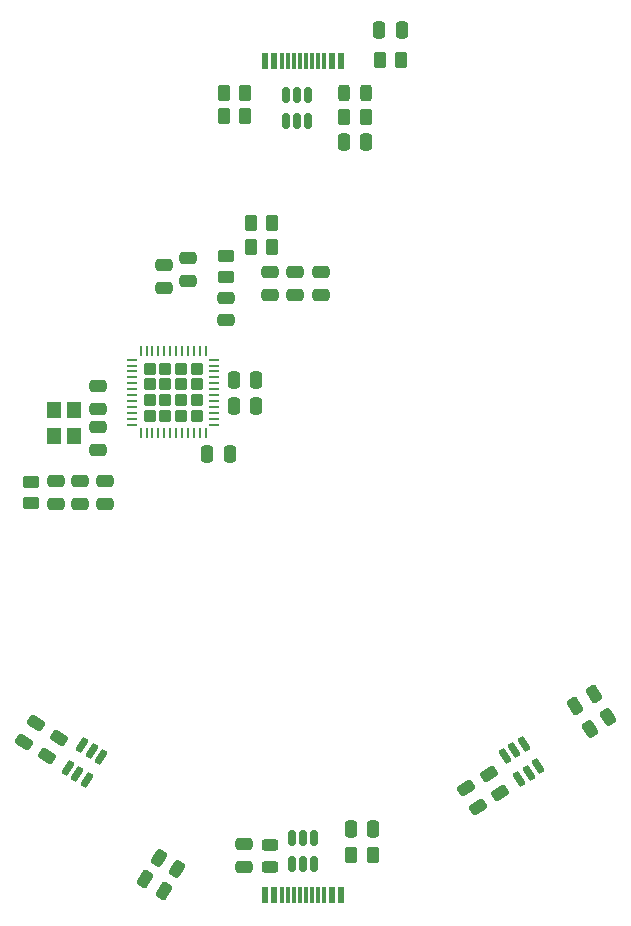
<source format=gbr>
%TF.GenerationSoftware,KiCad,Pcbnew,(6.0.8)*%
%TF.CreationDate,2022-12-20T01:42:36-08:00*%
%TF.ProjectId,Anduril USB Hub,416e6475-7269-46c2-9055-534220487562,rev?*%
%TF.SameCoordinates,Original*%
%TF.FileFunction,Paste,Top*%
%TF.FilePolarity,Positive*%
%FSLAX46Y46*%
G04 Gerber Fmt 4.6, Leading zero omitted, Abs format (unit mm)*
G04 Created by KiCad (PCBNEW (6.0.8)) date 2022-12-20 01:42:36*
%MOMM*%
%LPD*%
G01*
G04 APERTURE LIST*
G04 Aperture macros list*
%AMRoundRect*
0 Rectangle with rounded corners*
0 $1 Rounding radius*
0 $2 $3 $4 $5 $6 $7 $8 $9 X,Y pos of 4 corners*
0 Add a 4 corners polygon primitive as box body*
4,1,4,$2,$3,$4,$5,$6,$7,$8,$9,$2,$3,0*
0 Add four circle primitives for the rounded corners*
1,1,$1+$1,$2,$3*
1,1,$1+$1,$4,$5*
1,1,$1+$1,$6,$7*
1,1,$1+$1,$8,$9*
0 Add four rect primitives between the rounded corners*
20,1,$1+$1,$2,$3,$4,$5,0*
20,1,$1+$1,$4,$5,$6,$7,0*
20,1,$1+$1,$6,$7,$8,$9,0*
20,1,$1+$1,$8,$9,$2,$3,0*%
G04 Aperture macros list end*
%ADD10RoundRect,0.150000X-0.150000X0.512500X-0.150000X-0.512500X0.150000X-0.512500X0.150000X0.512500X0*%
%ADD11RoundRect,0.250000X0.020395X-0.520567X0.463175X-0.238485X-0.020395X0.520567X-0.463175X0.238485X0*%
%ADD12RoundRect,0.250000X-0.262500X-0.450000X0.262500X-0.450000X0.262500X0.450000X-0.262500X0.450000X0*%
%ADD13RoundRect,0.250000X-0.463175X-0.238485X-0.020395X-0.520567X0.463175X0.238485X0.020395X0.520567X0*%
%ADD14RoundRect,0.250000X0.044369X-0.534936X0.466065X-0.266286X-0.044369X0.534936X-0.466065X0.266286X0*%
%ADD15RoundRect,0.250000X-0.250000X-0.475000X0.250000X-0.475000X0.250000X0.475000X-0.250000X0.475000X0*%
%ADD16RoundRect,0.250000X-0.466065X-0.266286X-0.044369X-0.534936X0.466065X0.266286X0.044369X0.534936X0*%
%ADD17RoundRect,0.250000X-0.534936X-0.044369X-0.266286X-0.466065X0.534936X0.044369X0.266286X0.466065X0*%
%ADD18RoundRect,0.250000X-0.475000X0.250000X-0.475000X-0.250000X0.475000X-0.250000X0.475000X0.250000X0*%
%ADD19RoundRect,0.150000X0.401875X-0.351643X-0.148857X0.512833X-0.401875X0.351643X0.148857X-0.512833X0*%
%ADD20RoundRect,0.243750X0.456250X-0.243750X0.456250X0.243750X-0.456250X0.243750X-0.456250X-0.243750X0*%
%ADD21RoundRect,0.250000X0.262500X0.450000X-0.262500X0.450000X-0.262500X-0.450000X0.262500X-0.450000X0*%
%ADD22RoundRect,0.250000X-0.450000X0.262500X-0.450000X-0.262500X0.450000X-0.262500X0.450000X0.262500X0*%
%ADD23RoundRect,0.250000X0.475000X-0.250000X0.475000X0.250000X-0.475000X0.250000X-0.475000X-0.250000X0*%
%ADD24RoundRect,0.150000X0.150000X-0.512500X0.150000X0.512500X-0.150000X0.512500X-0.150000X-0.512500X0*%
%ADD25RoundRect,0.243750X0.253831X-0.450720X0.515764X-0.039566X-0.253831X0.450720X-0.515764X0.039566X0*%
%ADD26R,0.600000X1.450000*%
%ADD27R,0.300000X1.450000*%
%ADD28RoundRect,0.250000X0.285000X-0.285000X0.285000X0.285000X-0.285000X0.285000X-0.285000X-0.285000X0*%
%ADD29RoundRect,0.062500X0.062500X-0.337500X0.062500X0.337500X-0.062500X0.337500X-0.062500X-0.337500X0*%
%ADD30RoundRect,0.062500X0.337500X-0.062500X0.337500X0.062500X-0.337500X0.062500X-0.337500X-0.062500X0*%
%ADD31RoundRect,0.243750X-0.243750X-0.456250X0.243750X-0.456250X0.243750X0.456250X-0.243750X0.456250X0*%
%ADD32R,1.200000X1.400000*%
%ADD33RoundRect,0.250000X-0.266286X0.466065X-0.534936X0.044369X0.266286X-0.466065X0.534936X-0.044369X0*%
%ADD34RoundRect,0.150000X-0.148857X-0.512833X0.401875X0.351643X0.148857X0.512833X-0.401875X-0.351643X0*%
%ADD35RoundRect,0.243750X0.515764X0.039566X0.253831X0.450720X-0.515764X-0.039566X-0.253831X-0.450720X0*%
G04 APERTURE END LIST*
D10*
%TO.C,U1*%
X112850000Y-40562500D03*
X111900000Y-40562500D03*
X110950000Y-40562500D03*
X110950000Y-42837500D03*
X111900000Y-42837500D03*
X112850000Y-42837500D03*
%TD*%
D11*
%TO.C,R10*%
X136680405Y-94240286D03*
X138219595Y-93259714D03*
%TD*%
D12*
%TO.C,R9*%
X116487500Y-104950000D03*
X118312500Y-104950000D03*
%TD*%
D13*
%TO.C,R5*%
X100180405Y-105159714D03*
X101719595Y-106140286D03*
%TD*%
D12*
%TO.C,R4*%
X120712500Y-37600000D03*
X118887500Y-37600000D03*
%TD*%
D14*
%TO.C,C22*%
X135447556Y-92320870D03*
X137050000Y-91300000D03*
%TD*%
D15*
%TO.C,C8*%
X116450000Y-102750000D03*
X118350000Y-102750000D03*
%TD*%
D16*
%TO.C,C3*%
X100651222Y-107960435D03*
X99048778Y-106939565D03*
%TD*%
D15*
%TO.C,C1*%
X118850000Y-35100000D03*
X120750000Y-35100000D03*
%TD*%
D17*
%TO.C,C21*%
X126189565Y-99298778D03*
X127210435Y-100901222D03*
%TD*%
D18*
%TO.C,C9*%
X95638342Y-73306379D03*
X95638342Y-75206379D03*
%TD*%
D19*
%TO.C,U5*%
X130709956Y-98469792D03*
X131511178Y-97959358D03*
X132312400Y-97448923D03*
X131090044Y-95530208D03*
X130288822Y-96040642D03*
X129487600Y-96551077D03*
%TD*%
D20*
%TO.C,F3*%
X109550000Y-105937500D03*
X109550000Y-104062500D03*
%TD*%
D21*
%TO.C,FB1*%
X117712500Y-42475000D03*
X115887500Y-42475000D03*
%TD*%
D12*
%TO.C,R1*%
X105687500Y-42400000D03*
X107512500Y-42400000D03*
%TD*%
D22*
%TO.C,R3*%
X89388342Y-73343879D03*
X89388342Y-75168879D03*
%TD*%
D23*
%TO.C,C17*%
X111738342Y-57506379D03*
X111738342Y-55606379D03*
%TD*%
D24*
%TO.C,U4*%
X111450000Y-105737500D03*
X112400000Y-105737500D03*
X113350000Y-105737500D03*
X113350000Y-103462500D03*
X112400000Y-103462500D03*
X111450000Y-103462500D03*
%TD*%
D25*
%TO.C,F2*%
X90696282Y-96590679D03*
X91703718Y-95009321D03*
%TD*%
D18*
%TO.C,C15*%
X91438342Y-73306379D03*
X91438342Y-75206379D03*
%TD*%
D26*
%TO.C,J3*%
X109138342Y-108361379D03*
X109938342Y-108361379D03*
D27*
X111138342Y-108361379D03*
X112138342Y-108361379D03*
X112638342Y-108361379D03*
X113638342Y-108361379D03*
D26*
X114838342Y-108361379D03*
X115638342Y-108361379D03*
X115638342Y-108361379D03*
X114838342Y-108361379D03*
D27*
X114138342Y-108361379D03*
X113138342Y-108361379D03*
X111638342Y-108361379D03*
X110638342Y-108361379D03*
D26*
X109938342Y-108361379D03*
X109138342Y-108361379D03*
%TD*%
D15*
%TO.C,C16*%
X104288342Y-70981379D03*
X106188342Y-70981379D03*
%TD*%
D28*
%TO.C,U2*%
X100728342Y-66416379D03*
X103368342Y-63776379D03*
X102048342Y-66416379D03*
X99408342Y-66416379D03*
X102048342Y-65096379D03*
X99408342Y-67736379D03*
X103368342Y-67736379D03*
X99408342Y-63776379D03*
X102048342Y-67736379D03*
X100728342Y-67736379D03*
X100728342Y-63776379D03*
X99408342Y-65096379D03*
X103368342Y-65096379D03*
X103368342Y-66416379D03*
X100728342Y-65096379D03*
X102048342Y-63776379D03*
D29*
X98638342Y-69206379D03*
X99138342Y-69206379D03*
X99638342Y-69206379D03*
X100138342Y-69206379D03*
X100638342Y-69206379D03*
X101138342Y-69206379D03*
X101638342Y-69206379D03*
X102138342Y-69206379D03*
X102638342Y-69206379D03*
X103138342Y-69206379D03*
X103638342Y-69206379D03*
X104138342Y-69206379D03*
D30*
X104838342Y-68506379D03*
X104838342Y-68006379D03*
X104838342Y-67506379D03*
X104838342Y-67006379D03*
X104838342Y-66506379D03*
X104838342Y-66006379D03*
X104838342Y-65506379D03*
X104838342Y-65006379D03*
X104838342Y-64506379D03*
X104838342Y-64006379D03*
X104838342Y-63506379D03*
X104838342Y-63006379D03*
D29*
X104138342Y-62306379D03*
X103638342Y-62306379D03*
X103138342Y-62306379D03*
X102638342Y-62306379D03*
X102138342Y-62306379D03*
X101638342Y-62306379D03*
X101138342Y-62306379D03*
X100638342Y-62306379D03*
X100138342Y-62306379D03*
X99638342Y-62306379D03*
X99138342Y-62306379D03*
X98638342Y-62306379D03*
D30*
X97938342Y-63006379D03*
X97938342Y-63506379D03*
X97938342Y-64006379D03*
X97938342Y-64506379D03*
X97938342Y-65006379D03*
X97938342Y-65506379D03*
X97938342Y-66006379D03*
X97938342Y-66506379D03*
X97938342Y-67006379D03*
X97938342Y-67506379D03*
X97938342Y-68006379D03*
X97938342Y-68506379D03*
%TD*%
D23*
%TO.C,C19*%
X100588342Y-56906379D03*
X100588342Y-55006379D03*
%TD*%
%TO.C,C12*%
X109588342Y-57506379D03*
X109588342Y-55606379D03*
%TD*%
%TO.C,C5*%
X94988342Y-67156379D03*
X94988342Y-65256379D03*
%TD*%
D15*
%TO.C,C18*%
X106538342Y-66906379D03*
X108438342Y-66906379D03*
%TD*%
D18*
%TO.C,C6*%
X105888342Y-57756379D03*
X105888342Y-59656379D03*
%TD*%
D31*
%TO.C,F1*%
X115862500Y-40400000D03*
X117737500Y-40400000D03*
%TD*%
D26*
%TO.C,J1*%
X115638342Y-37701379D03*
X114838342Y-37701379D03*
D27*
X113638342Y-37701379D03*
X112638342Y-37701379D03*
X112138342Y-37701379D03*
X111138342Y-37701379D03*
D26*
X109938342Y-37701379D03*
X109138342Y-37701379D03*
X109138342Y-37701379D03*
X109938342Y-37701379D03*
D27*
X110638342Y-37701379D03*
X111638342Y-37701379D03*
X113138342Y-37701379D03*
X114138342Y-37701379D03*
D26*
X114838342Y-37701379D03*
X115638342Y-37701379D03*
%TD*%
D32*
%TO.C,Y1*%
X93013342Y-69456379D03*
X93013342Y-67256379D03*
X91313342Y-67256379D03*
X91313342Y-69456379D03*
%TD*%
D23*
%TO.C,C11*%
X102688342Y-56306379D03*
X102688342Y-54406379D03*
%TD*%
%TO.C,C20*%
X113888342Y-57506379D03*
X113888342Y-55606379D03*
%TD*%
D33*
%TO.C,C2*%
X89810435Y-93798778D03*
X88789565Y-95401222D03*
%TD*%
D12*
%TO.C,R6*%
X107975842Y-51406379D03*
X109800842Y-51406379D03*
%TD*%
D18*
%TO.C,C7*%
X107400000Y-104050000D03*
X107400000Y-105950000D03*
%TD*%
D34*
%TO.C,U3*%
X92487600Y-97548923D03*
X93288822Y-98059358D03*
X94090044Y-98569792D03*
X95312400Y-96651077D03*
X94511178Y-96140642D03*
X93709956Y-95630208D03*
%TD*%
D15*
%TO.C,C10*%
X115850000Y-44575000D03*
X117750000Y-44575000D03*
%TD*%
D18*
%TO.C,C13*%
X93538342Y-73306379D03*
X93538342Y-75206379D03*
%TD*%
D23*
%TO.C,C4*%
X94988342Y-70631379D03*
X94988342Y-68731379D03*
%TD*%
D22*
%TO.C,R8*%
X105888342Y-54193879D03*
X105888342Y-56018879D03*
%TD*%
D15*
%TO.C,C14*%
X106538342Y-64756379D03*
X108438342Y-64756379D03*
%TD*%
D21*
%TO.C,R2*%
X107512500Y-40400000D03*
X105687500Y-40400000D03*
%TD*%
D12*
%TO.C,R7*%
X107975842Y-53456379D03*
X109800842Y-53456379D03*
%TD*%
D35*
%TO.C,F4*%
X129103718Y-99690679D03*
X128096282Y-98109321D03*
%TD*%
M02*

</source>
